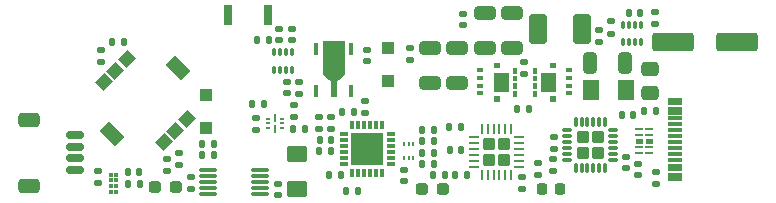
<source format=gtp>
%TF.GenerationSoftware,KiCad,Pcbnew,9.0.0*%
%TF.CreationDate,2025-05-10T22:56:34+02:00*%
%TF.ProjectId,CYPD3177_3.3V_V2_+_OLED,43595044-3331-4373-975f-332e33565f56,rev?*%
%TF.SameCoordinates,Original*%
%TF.FileFunction,Paste,Top*%
%TF.FilePolarity,Positive*%
%FSLAX46Y46*%
G04 Gerber Fmt 4.6, Leading zero omitted, Abs format (unit mm)*
G04 Created by KiCad (PCBNEW 9.0.0) date 2025-05-10 22:56:34*
%MOMM*%
%LPD*%
G01*
G04 APERTURE LIST*
G04 Aperture macros list*
%AMRoundRect*
0 Rectangle with rounded corners*
0 $1 Rounding radius*
0 $2 $3 $4 $5 $6 $7 $8 $9 X,Y pos of 4 corners*
0 Add a 4 corners polygon primitive as box body*
4,1,4,$2,$3,$4,$5,$6,$7,$8,$9,$2,$3,0*
0 Add four circle primitives for the rounded corners*
1,1,$1+$1,$2,$3*
1,1,$1+$1,$4,$5*
1,1,$1+$1,$6,$7*
1,1,$1+$1,$8,$9*
0 Add four rect primitives between the rounded corners*
20,1,$1+$1,$2,$3,$4,$5,0*
20,1,$1+$1,$4,$5,$6,$7,0*
20,1,$1+$1,$6,$7,$8,$9,0*
20,1,$1+$1,$8,$9,$2,$3,0*%
%AMRotRect*
0 Rectangle, with rotation*
0 The origin of the aperture is its center*
0 $1 length*
0 $2 width*
0 $3 Rotation angle, in degrees counterclockwise*
0 Add horizontal line*
21,1,$1,$2,0,0,$3*%
%AMFreePoly0*
4,1,23,0.885280,4.174580,0.889000,4.165600,0.889000,1.397000,0.885280,1.388020,0.884899,1.387654,0.254000,0.807226,0.254000,0.508000,0.250280,0.499020,0.241300,0.495300,0.241300,-0.508000,-0.241300,-0.508000,-0.241300,0.495300,-0.250280,0.499020,-0.254000,0.508000,-0.254000,0.807226,-0.884899,1.387654,-0.888989,1.396471,-0.889000,1.397000,-0.889000,4.165600,-0.885280,4.174580,
-0.876300,4.178300,0.876300,4.178300,0.885280,4.174580,0.885280,4.174580,$1*%
G04 Aperture macros list end*
%ADD10C,0.010000*%
%ADD11C,0.025400*%
%ADD12R,0.800000X1.700000*%
%ADD13RoundRect,0.140000X-0.140000X-0.170000X0.140000X-0.170000X0.140000X0.170000X-0.140000X0.170000X0*%
%ADD14RoundRect,0.135000X0.135000X0.185000X-0.135000X0.185000X-0.135000X-0.185000X0.135000X-0.185000X0*%
%ADD15RoundRect,0.140000X0.170000X-0.140000X0.170000X0.140000X-0.170000X0.140000X-0.170000X-0.140000X0*%
%ADD16RoundRect,0.140000X-0.170000X0.140000X-0.170000X-0.140000X0.170000X-0.140000X0.170000X0.140000X0*%
%ADD17R,0.450000X0.200000*%
%ADD18R,0.250000X0.700000*%
%ADD19RoundRect,0.135000X0.185000X-0.135000X0.185000X0.135000X-0.185000X0.135000X-0.185000X-0.135000X0*%
%ADD20RoundRect,0.135000X-0.135000X-0.185000X0.135000X-0.185000X0.135000X0.185000X-0.135000X0.185000X0*%
%ADD21RoundRect,0.140000X0.140000X0.170000X-0.140000X0.170000X-0.140000X-0.170000X0.140000X-0.170000X0*%
%ADD22RoundRect,0.075000X-0.650000X-0.075000X0.650000X-0.075000X0.650000X0.075000X-0.650000X0.075000X0*%
%ADD23RoundRect,0.250000X-1.500000X-0.550000X1.500000X-0.550000X1.500000X0.550000X-1.500000X0.550000X0*%
%ADD24R,0.300000X0.800000*%
%ADD25R,0.800000X0.300000*%
%ADD26R,2.800000X2.800000*%
%ADD27R,0.150000X0.365000*%
%ADD28R,0.500000X0.350000*%
%ADD29RoundRect,0.250000X-0.275000X-0.275000X0.275000X-0.275000X0.275000X0.275000X-0.275000X0.275000X0*%
%ADD30RoundRect,0.062500X-0.350000X-0.062500X0.350000X-0.062500X0.350000X0.062500X-0.350000X0.062500X0*%
%ADD31RoundRect,0.062500X-0.062500X-0.350000X0.062500X-0.350000X0.062500X0.350000X-0.062500X0.350000X0*%
%ADD32RoundRect,0.135000X-0.185000X0.135000X-0.185000X-0.135000X0.185000X-0.135000X0.185000X0.135000X0*%
%ADD33RoundRect,0.218750X0.218750X0.256250X-0.218750X0.256250X-0.218750X-0.256250X0.218750X-0.256250X0*%
%ADD34RoundRect,0.250000X0.475000X-0.337500X0.475000X0.337500X-0.475000X0.337500X-0.475000X-0.337500X0*%
%ADD35RoundRect,0.250001X0.462499X0.624999X-0.462499X0.624999X-0.462499X-0.624999X0.462499X-0.624999X0*%
%ADD36RoundRect,0.250000X0.325000X0.650000X-0.325000X0.650000X-0.325000X-0.650000X0.325000X-0.650000X0*%
%ADD37R,0.431800X1.016000*%
%ADD38FreePoly0,0.000000*%
%ADD39RoundRect,0.250000X0.650000X-0.325000X0.650000X0.325000X-0.650000X0.325000X-0.650000X-0.325000X0*%
%ADD40RoundRect,0.250001X-0.624999X0.462499X-0.624999X-0.462499X0.624999X-0.462499X0.624999X0.462499X0*%
%ADD41RoundRect,0.025000X0.257500X0.075000X-0.257500X0.075000X-0.257500X-0.075000X0.257500X-0.075000X0*%
%ADD42RoundRect,0.237500X-0.287500X-0.237500X0.287500X-0.237500X0.287500X0.237500X-0.287500X0.237500X0*%
%ADD43RoundRect,0.250000X-0.650000X0.325000X-0.650000X-0.325000X0.650000X-0.325000X0.650000X0.325000X0*%
%ADD44RoundRect,0.250000X-0.285000X-0.285000X0.285000X-0.285000X0.285000X0.285000X-0.285000X0.285000X0*%
%ADD45RoundRect,0.075000X-0.350000X-0.075000X0.350000X-0.075000X0.350000X0.075000X-0.350000X0.075000X0*%
%ADD46RoundRect,0.075000X-0.075000X-0.350000X0.075000X-0.350000X0.075000X0.350000X-0.075000X0.350000X0*%
%ADD47RoundRect,0.040000X0.120000X-0.290000X0.120000X0.290000X-0.120000X0.290000X-0.120000X-0.290000X0*%
%ADD48RoundRect,0.150000X-0.625000X0.150000X-0.625000X-0.150000X0.625000X-0.150000X0.625000X0.150000X0*%
%ADD49RoundRect,0.250000X-0.650000X0.350000X-0.650000X-0.350000X0.650000X-0.350000X0.650000X0.350000X0*%
%ADD50R,1.150000X0.300000*%
%ADD51RoundRect,0.250001X0.499999X0.999999X-0.499999X0.999999X-0.499999X-0.999999X0.499999X-0.999999X0*%
%ADD52RoundRect,0.050000X0.100000X-0.285000X0.100000X0.285000X-0.100000X0.285000X-0.100000X-0.285000X0*%
%ADD53RoundRect,0.250000X0.300000X-0.300000X0.300000X0.300000X-0.300000X0.300000X-0.300000X-0.300000X0*%
%ADD54RotRect,1.000000X1.100000X315.000000*%
%ADD55RotRect,1.800000X1.150000X315.000000*%
%ADD56R,0.300000X0.300000*%
G04 APERTURE END LIST*
D10*
X141700000Y-87795000D02*
X140450000Y-87795000D01*
X140450000Y-86245000D01*
X141700000Y-86245000D01*
X141700000Y-87795000D01*
G36*
X141700000Y-87795000D02*
G01*
X140450000Y-87795000D01*
X140450000Y-86245000D01*
X141700000Y-86245000D01*
X141700000Y-87795000D01*
G37*
X140930000Y-85790000D02*
X140500000Y-85790000D01*
X140500000Y-85415000D01*
X140930000Y-85415000D01*
X140930000Y-85790000D01*
G36*
X140930000Y-85790000D02*
G01*
X140500000Y-85790000D01*
X140500000Y-85415000D01*
X140930000Y-85415000D01*
X140930000Y-85790000D01*
G37*
X140930000Y-88625000D02*
X140500000Y-88625000D01*
X140500000Y-88250000D01*
X140930000Y-88250000D01*
X140930000Y-88625000D01*
G36*
X140930000Y-88625000D02*
G01*
X140500000Y-88625000D01*
X140500000Y-88250000D01*
X140930000Y-88250000D01*
X140930000Y-88625000D01*
G37*
X142365000Y-86245000D02*
X142070000Y-86245000D01*
X142070000Y-85845000D01*
X142365000Y-85845000D01*
X142365000Y-86245000D01*
G36*
X142365000Y-86245000D02*
G01*
X142070000Y-86245000D01*
X142070000Y-85845000D01*
X142365000Y-85845000D01*
X142365000Y-86245000D01*
G37*
X142365000Y-86895000D02*
X142070000Y-86895000D01*
X142070000Y-86495000D01*
X142365000Y-86495000D01*
X142365000Y-86895000D01*
G36*
X142365000Y-86895000D02*
G01*
X142070000Y-86895000D01*
X142070000Y-86495000D01*
X142365000Y-86495000D01*
X142365000Y-86895000D01*
G37*
X142365000Y-87545000D02*
X142070000Y-87545000D01*
X142070000Y-87145000D01*
X142365000Y-87145000D01*
X142365000Y-87545000D01*
G36*
X142365000Y-87545000D02*
G01*
X142070000Y-87545000D01*
X142070000Y-87145000D01*
X142365000Y-87145000D01*
X142365000Y-87545000D01*
G37*
X142365000Y-88195000D02*
X142070000Y-88195000D01*
X142070000Y-87795000D01*
X142365000Y-87795000D01*
X142365000Y-88195000D01*
G36*
X142365000Y-88195000D02*
G01*
X142070000Y-88195000D01*
X142070000Y-87795000D01*
X142365000Y-87795000D01*
X142365000Y-88195000D01*
G37*
D11*
X127776300Y-86358200D02*
X127141300Y-86942400D01*
X127141300Y-87247200D01*
X126658700Y-87247200D01*
X126658700Y-86942400D01*
X126023700Y-86358200D01*
X126023700Y-83589600D01*
X126658700Y-83589600D01*
X127141300Y-83589600D01*
X127776300Y-83589600D01*
X127776300Y-86358200D01*
G36*
X127776300Y-86358200D02*
G01*
X127141300Y-86942400D01*
X127141300Y-87247200D01*
X126658700Y-87247200D01*
X126658700Y-86942400D01*
X126023700Y-86358200D01*
X126023700Y-83589600D01*
X126658700Y-83589600D01*
X127141300Y-83589600D01*
X127776300Y-83589600D01*
X127776300Y-86358200D01*
G37*
D10*
X144055000Y-86225000D02*
X143760000Y-86225000D01*
X143760000Y-85825000D01*
X144055000Y-85825000D01*
X144055000Y-86225000D01*
G36*
X144055000Y-86225000D02*
G01*
X143760000Y-86225000D01*
X143760000Y-85825000D01*
X144055000Y-85825000D01*
X144055000Y-86225000D01*
G37*
X144055000Y-86875000D02*
X143760000Y-86875000D01*
X143760000Y-86475000D01*
X144055000Y-86475000D01*
X144055000Y-86875000D01*
G36*
X144055000Y-86875000D02*
G01*
X143760000Y-86875000D01*
X143760000Y-86475000D01*
X144055000Y-86475000D01*
X144055000Y-86875000D01*
G37*
X144055000Y-87525000D02*
X143760000Y-87525000D01*
X143760000Y-87125000D01*
X144055000Y-87125000D01*
X144055000Y-87525000D01*
G36*
X144055000Y-87525000D02*
G01*
X143760000Y-87525000D01*
X143760000Y-87125000D01*
X144055000Y-87125000D01*
X144055000Y-87525000D01*
G37*
X144055000Y-88175000D02*
X143760000Y-88175000D01*
X143760000Y-87775000D01*
X144055000Y-87775000D01*
X144055000Y-88175000D01*
G36*
X144055000Y-88175000D02*
G01*
X143760000Y-88175000D01*
X143760000Y-87775000D01*
X144055000Y-87775000D01*
X144055000Y-88175000D01*
G37*
X145625000Y-85770000D02*
X145195000Y-85770000D01*
X145195000Y-85395000D01*
X145625000Y-85395000D01*
X145625000Y-85770000D01*
G36*
X145625000Y-85770000D02*
G01*
X145195000Y-85770000D01*
X145195000Y-85395000D01*
X145625000Y-85395000D01*
X145625000Y-85770000D01*
G37*
X145625000Y-88605000D02*
X145195000Y-88605000D01*
X145195000Y-88230000D01*
X145625000Y-88230000D01*
X145625000Y-88605000D01*
G36*
X145625000Y-88605000D02*
G01*
X145195000Y-88605000D01*
X145195000Y-88230000D01*
X145625000Y-88230000D01*
X145625000Y-88605000D01*
G37*
X145675000Y-87775000D02*
X144425000Y-87775000D01*
X144425000Y-86225000D01*
X145675000Y-86225000D01*
X145675000Y-87775000D01*
G36*
X145675000Y-87775000D02*
G01*
X144425000Y-87775000D01*
X144425000Y-86225000D01*
X145675000Y-86225000D01*
X145675000Y-87775000D01*
G37*
X153005500Y-91821000D02*
X153007500Y-91821000D01*
X153010500Y-91822000D01*
X153012500Y-91822000D01*
X153015500Y-91823000D01*
X153017500Y-91824000D01*
X153020500Y-91825000D01*
X153022500Y-91827000D01*
X153024500Y-91828000D01*
X153026500Y-91830000D01*
X153028500Y-91831000D01*
X153030500Y-91833000D01*
X153032500Y-91835000D01*
X153034500Y-91837000D01*
X153036500Y-91839000D01*
X153037500Y-91841000D01*
X153039500Y-91843000D01*
X153040500Y-91845000D01*
X153042500Y-91847000D01*
X153043500Y-91850000D01*
X153044500Y-91852000D01*
X153045500Y-91855000D01*
X153045500Y-91857000D01*
X153046500Y-91860000D01*
X153046500Y-91862000D01*
X153047500Y-91865000D01*
X153047500Y-91867000D01*
X153047500Y-91870000D01*
X153047500Y-92130000D01*
X153047500Y-92133000D01*
X153047500Y-92135000D01*
X153046500Y-92138000D01*
X153046500Y-92140000D01*
X153045500Y-92143000D01*
X153045500Y-92145000D01*
X153044500Y-92148000D01*
X153043500Y-92150000D01*
X153042500Y-92153000D01*
X153040500Y-92155000D01*
X153039500Y-92157000D01*
X153037500Y-92159000D01*
X153036500Y-92161000D01*
X153034500Y-92163000D01*
X153032500Y-92165000D01*
X153030500Y-92167000D01*
X153028500Y-92169000D01*
X153026500Y-92170000D01*
X153024500Y-92172000D01*
X153022500Y-92173000D01*
X153020500Y-92175000D01*
X153017500Y-92176000D01*
X153015500Y-92177000D01*
X153012500Y-92178000D01*
X153010500Y-92178000D01*
X153007500Y-92179000D01*
X153005500Y-92179000D01*
X153002500Y-92180000D01*
X153000500Y-92180000D01*
X152997500Y-92180000D01*
X152532500Y-92180000D01*
X152529500Y-92180000D01*
X152527500Y-92180000D01*
X152524500Y-92179000D01*
X152522500Y-92179000D01*
X152519500Y-92178000D01*
X152517500Y-92178000D01*
X152514500Y-92177000D01*
X152512500Y-92176000D01*
X152509500Y-92175000D01*
X152507500Y-92173000D01*
X152505500Y-92172000D01*
X152503500Y-92170000D01*
X152501500Y-92169000D01*
X152499500Y-92167000D01*
X152497500Y-92165000D01*
X152495500Y-92163000D01*
X152493500Y-92161000D01*
X152492500Y-92159000D01*
X152490500Y-92157000D01*
X152489500Y-92155000D01*
X152487500Y-92153000D01*
X152486500Y-92150000D01*
X152485500Y-92148000D01*
X152484500Y-92145000D01*
X152484500Y-92143000D01*
X152483500Y-92140000D01*
X152483500Y-92138000D01*
X152482500Y-92135000D01*
X152482500Y-92133000D01*
X152482500Y-92130000D01*
X152482500Y-91870000D01*
X152482500Y-91867000D01*
X152482500Y-91865000D01*
X152483500Y-91862000D01*
X152483500Y-91860000D01*
X152484500Y-91857000D01*
X152484500Y-91855000D01*
X152485500Y-91852000D01*
X152486500Y-91850000D01*
X152487500Y-91847000D01*
X152489500Y-91845000D01*
X152490500Y-91843000D01*
X152492500Y-91841000D01*
X152493500Y-91839000D01*
X152495500Y-91837000D01*
X152497500Y-91835000D01*
X152499500Y-91833000D01*
X152501500Y-91831000D01*
X152503500Y-91830000D01*
X152505500Y-91828000D01*
X152507500Y-91827000D01*
X152509500Y-91825000D01*
X152512500Y-91824000D01*
X152514500Y-91823000D01*
X152517500Y-91822000D01*
X152519500Y-91822000D01*
X152522500Y-91821000D01*
X152524500Y-91821000D01*
X152527500Y-91820000D01*
X152529500Y-91820000D01*
X152532500Y-91820000D01*
X152997500Y-91820000D01*
X153000500Y-91820000D01*
X153002500Y-91820000D01*
X153005500Y-91821000D01*
G36*
X153005500Y-91821000D02*
G01*
X153007500Y-91821000D01*
X153010500Y-91822000D01*
X153012500Y-91822000D01*
X153015500Y-91823000D01*
X153017500Y-91824000D01*
X153020500Y-91825000D01*
X153022500Y-91827000D01*
X153024500Y-91828000D01*
X153026500Y-91830000D01*
X153028500Y-91831000D01*
X153030500Y-91833000D01*
X153032500Y-91835000D01*
X153034500Y-91837000D01*
X153036500Y-91839000D01*
X153037500Y-91841000D01*
X153039500Y-91843000D01*
X153040500Y-91845000D01*
X153042500Y-91847000D01*
X153043500Y-91850000D01*
X153044500Y-91852000D01*
X153045500Y-91855000D01*
X153045500Y-91857000D01*
X153046500Y-91860000D01*
X153046500Y-91862000D01*
X153047500Y-91865000D01*
X153047500Y-91867000D01*
X153047500Y-91870000D01*
X153047500Y-92130000D01*
X153047500Y-92133000D01*
X153047500Y-92135000D01*
X153046500Y-92138000D01*
X153046500Y-92140000D01*
X153045500Y-92143000D01*
X153045500Y-92145000D01*
X153044500Y-92148000D01*
X153043500Y-92150000D01*
X153042500Y-92153000D01*
X153040500Y-92155000D01*
X153039500Y-92157000D01*
X153037500Y-92159000D01*
X153036500Y-92161000D01*
X153034500Y-92163000D01*
X153032500Y-92165000D01*
X153030500Y-92167000D01*
X153028500Y-92169000D01*
X153026500Y-92170000D01*
X153024500Y-92172000D01*
X153022500Y-92173000D01*
X153020500Y-92175000D01*
X153017500Y-92176000D01*
X153015500Y-92177000D01*
X153012500Y-92178000D01*
X153010500Y-92178000D01*
X153007500Y-92179000D01*
X153005500Y-92179000D01*
X153002500Y-92180000D01*
X153000500Y-92180000D01*
X152997500Y-92180000D01*
X152532500Y-92180000D01*
X152529500Y-92180000D01*
X152527500Y-92180000D01*
X152524500Y-92179000D01*
X152522500Y-92179000D01*
X152519500Y-92178000D01*
X152517500Y-92178000D01*
X152514500Y-92177000D01*
X152512500Y-92176000D01*
X152509500Y-92175000D01*
X152507500Y-92173000D01*
X152505500Y-92172000D01*
X152503500Y-92170000D01*
X152501500Y-92169000D01*
X152499500Y-92167000D01*
X152497500Y-92165000D01*
X152495500Y-92163000D01*
X152493500Y-92161000D01*
X152492500Y-92159000D01*
X152490500Y-92157000D01*
X152489500Y-92155000D01*
X152487500Y-92153000D01*
X152486500Y-92150000D01*
X152485500Y-92148000D01*
X152484500Y-92145000D01*
X152484500Y-92143000D01*
X152483500Y-92140000D01*
X152483500Y-92138000D01*
X152482500Y-92135000D01*
X152482500Y-92133000D01*
X152482500Y-92130000D01*
X152482500Y-91870000D01*
X152482500Y-91867000D01*
X152482500Y-91865000D01*
X152483500Y-91862000D01*
X152483500Y-91860000D01*
X152484500Y-91857000D01*
X152484500Y-91855000D01*
X152485500Y-91852000D01*
X152486500Y-91850000D01*
X152487500Y-91847000D01*
X152489500Y-91845000D01*
X152490500Y-91843000D01*
X152492500Y-91841000D01*
X152493500Y-91839000D01*
X152495500Y-91837000D01*
X152497500Y-91835000D01*
X152499500Y-91833000D01*
X152501500Y-91831000D01*
X152503500Y-91830000D01*
X152505500Y-91828000D01*
X152507500Y-91827000D01*
X152509500Y-91825000D01*
X152512500Y-91824000D01*
X152514500Y-91823000D01*
X152517500Y-91822000D01*
X152519500Y-91822000D01*
X152522500Y-91821000D01*
X152524500Y-91821000D01*
X152527500Y-91820000D01*
X152529500Y-91820000D01*
X152532500Y-91820000D01*
X152997500Y-91820000D01*
X153000500Y-91820000D01*
X153002500Y-91820000D01*
X153005500Y-91821000D01*
G37*
X153840500Y-91821000D02*
X153842500Y-91821000D01*
X153845500Y-91822000D01*
X153847500Y-91822000D01*
X153850500Y-91823000D01*
X153852500Y-91824000D01*
X153855500Y-91825000D01*
X153857500Y-91827000D01*
X153859500Y-91828000D01*
X153861500Y-91830000D01*
X153863500Y-91831000D01*
X153865500Y-91833000D01*
X153867500Y-91835000D01*
X153869500Y-91837000D01*
X153871500Y-91839000D01*
X153872500Y-91841000D01*
X153874500Y-91843000D01*
X153875500Y-91845000D01*
X153877500Y-91847000D01*
X153878500Y-91850000D01*
X153879500Y-91852000D01*
X153880500Y-91855000D01*
X153880500Y-91857000D01*
X153881500Y-91860000D01*
X153881500Y-91862000D01*
X153882500Y-91865000D01*
X153882500Y-91867000D01*
X153882500Y-91870000D01*
X153882500Y-92130000D01*
X153882500Y-92133000D01*
X153882500Y-92135000D01*
X153881500Y-92138000D01*
X153881500Y-92140000D01*
X153880500Y-92143000D01*
X153880500Y-92145000D01*
X153879500Y-92148000D01*
X153878500Y-92150000D01*
X153877500Y-92153000D01*
X153875500Y-92155000D01*
X153874500Y-92157000D01*
X153872500Y-92159000D01*
X153871500Y-92161000D01*
X153869500Y-92163000D01*
X153867500Y-92165000D01*
X153865500Y-92167000D01*
X153863500Y-92169000D01*
X153861500Y-92170000D01*
X153859500Y-92172000D01*
X153857500Y-92173000D01*
X153855500Y-92175000D01*
X153852500Y-92176000D01*
X153850500Y-92177000D01*
X153847500Y-92178000D01*
X153845500Y-92178000D01*
X153842500Y-92179000D01*
X153840500Y-92179000D01*
X153837500Y-92180000D01*
X153835500Y-92180000D01*
X153832500Y-92180000D01*
X153367500Y-92180000D01*
X153364500Y-92180000D01*
X153362500Y-92180000D01*
X153359500Y-92179000D01*
X153357500Y-92179000D01*
X153354500Y-92178000D01*
X153352500Y-92178000D01*
X153349500Y-92177000D01*
X153347500Y-92176000D01*
X153344500Y-92175000D01*
X153342500Y-92173000D01*
X153340500Y-92172000D01*
X153338500Y-92170000D01*
X153336500Y-92169000D01*
X153334500Y-92167000D01*
X153332500Y-92165000D01*
X153330500Y-92163000D01*
X153328500Y-92161000D01*
X153327500Y-92159000D01*
X153325500Y-92157000D01*
X153324500Y-92155000D01*
X153322500Y-92153000D01*
X153321500Y-92150000D01*
X153320500Y-92148000D01*
X153319500Y-92145000D01*
X153319500Y-92143000D01*
X153318500Y-92140000D01*
X153318500Y-92138000D01*
X153317500Y-92135000D01*
X153317500Y-92133000D01*
X153317500Y-92130000D01*
X153317500Y-91870000D01*
X153317500Y-91867000D01*
X153317500Y-91865000D01*
X153318500Y-91862000D01*
X153318500Y-91860000D01*
X153319500Y-91857000D01*
X153319500Y-91855000D01*
X153320500Y-91852000D01*
X153321500Y-91850000D01*
X153322500Y-91847000D01*
X153324500Y-91845000D01*
X153325500Y-91843000D01*
X153327500Y-91841000D01*
X153328500Y-91839000D01*
X153330500Y-91837000D01*
X153332500Y-91835000D01*
X153334500Y-91833000D01*
X153336500Y-91831000D01*
X153338500Y-91830000D01*
X153340500Y-91828000D01*
X153342500Y-91827000D01*
X153344500Y-91825000D01*
X153347500Y-91824000D01*
X153349500Y-91823000D01*
X153352500Y-91822000D01*
X153354500Y-91822000D01*
X153357500Y-91821000D01*
X153359500Y-91821000D01*
X153362500Y-91820000D01*
X153364500Y-91820000D01*
X153367500Y-91820000D01*
X153832500Y-91820000D01*
X153835500Y-91820000D01*
X153837500Y-91820000D01*
X153840500Y-91821000D01*
G36*
X153840500Y-91821000D02*
G01*
X153842500Y-91821000D01*
X153845500Y-91822000D01*
X153847500Y-91822000D01*
X153850500Y-91823000D01*
X153852500Y-91824000D01*
X153855500Y-91825000D01*
X153857500Y-91827000D01*
X153859500Y-91828000D01*
X153861500Y-91830000D01*
X153863500Y-91831000D01*
X153865500Y-91833000D01*
X153867500Y-91835000D01*
X153869500Y-91837000D01*
X153871500Y-91839000D01*
X153872500Y-91841000D01*
X153874500Y-91843000D01*
X153875500Y-91845000D01*
X153877500Y-91847000D01*
X153878500Y-91850000D01*
X153879500Y-91852000D01*
X153880500Y-91855000D01*
X153880500Y-91857000D01*
X153881500Y-91860000D01*
X153881500Y-91862000D01*
X153882500Y-91865000D01*
X153882500Y-91867000D01*
X153882500Y-91870000D01*
X153882500Y-92130000D01*
X153882500Y-92133000D01*
X153882500Y-92135000D01*
X153881500Y-92138000D01*
X153881500Y-92140000D01*
X153880500Y-92143000D01*
X153880500Y-92145000D01*
X153879500Y-92148000D01*
X153878500Y-92150000D01*
X153877500Y-92153000D01*
X153875500Y-92155000D01*
X153874500Y-92157000D01*
X153872500Y-92159000D01*
X153871500Y-92161000D01*
X153869500Y-92163000D01*
X153867500Y-92165000D01*
X153865500Y-92167000D01*
X153863500Y-92169000D01*
X153861500Y-92170000D01*
X153859500Y-92172000D01*
X153857500Y-92173000D01*
X153855500Y-92175000D01*
X153852500Y-92176000D01*
X153850500Y-92177000D01*
X153847500Y-92178000D01*
X153845500Y-92178000D01*
X153842500Y-92179000D01*
X153840500Y-92179000D01*
X153837500Y-92180000D01*
X153835500Y-92180000D01*
X153832500Y-92180000D01*
X153367500Y-92180000D01*
X153364500Y-92180000D01*
X153362500Y-92180000D01*
X153359500Y-92179000D01*
X153357500Y-92179000D01*
X153354500Y-92178000D01*
X153352500Y-92178000D01*
X153349500Y-92177000D01*
X153347500Y-92176000D01*
X153344500Y-92175000D01*
X153342500Y-92173000D01*
X153340500Y-92172000D01*
X153338500Y-92170000D01*
X153336500Y-92169000D01*
X153334500Y-92167000D01*
X153332500Y-92165000D01*
X153330500Y-92163000D01*
X153328500Y-92161000D01*
X153327500Y-92159000D01*
X153325500Y-92157000D01*
X153324500Y-92155000D01*
X153322500Y-92153000D01*
X153321500Y-92150000D01*
X153320500Y-92148000D01*
X153319500Y-92145000D01*
X153319500Y-92143000D01*
X153318500Y-92140000D01*
X153318500Y-92138000D01*
X153317500Y-92135000D01*
X153317500Y-92133000D01*
X153317500Y-92130000D01*
X153317500Y-91870000D01*
X153317500Y-91867000D01*
X153317500Y-91865000D01*
X153318500Y-91862000D01*
X153318500Y-91860000D01*
X153319500Y-91857000D01*
X153319500Y-91855000D01*
X153320500Y-91852000D01*
X153321500Y-91850000D01*
X153322500Y-91847000D01*
X153324500Y-91845000D01*
X153325500Y-91843000D01*
X153327500Y-91841000D01*
X153328500Y-91839000D01*
X153330500Y-91837000D01*
X153332500Y-91835000D01*
X153334500Y-91833000D01*
X153336500Y-91831000D01*
X153338500Y-91830000D01*
X153340500Y-91828000D01*
X153342500Y-91827000D01*
X153344500Y-91825000D01*
X153347500Y-91824000D01*
X153349500Y-91823000D01*
X153352500Y-91822000D01*
X153354500Y-91822000D01*
X153357500Y-91821000D01*
X153359500Y-91821000D01*
X153362500Y-91820000D01*
X153364500Y-91820000D01*
X153367500Y-91820000D01*
X153832500Y-91820000D01*
X153835500Y-91820000D01*
X153837500Y-91820000D01*
X153840500Y-91821000D01*
G37*
D12*
X117930000Y-81350000D03*
X121330000Y-81350000D03*
D13*
X126680000Y-91920000D03*
X125720000Y-91920000D03*
D14*
X126700000Y-92850000D03*
X125680000Y-92850000D03*
X121400000Y-83440000D03*
X120380000Y-83440000D03*
D13*
X120020000Y-88910000D03*
X120980000Y-88910000D03*
D15*
X123390000Y-82520000D03*
X123390000Y-83480000D03*
D16*
X122320000Y-83490000D03*
X122320000Y-82530000D03*
D15*
X133400000Y-85130000D03*
X133400000Y-84170000D03*
D17*
X122560000Y-90120000D03*
D18*
X121960000Y-90045000D03*
D17*
X121360000Y-90120000D03*
X121360000Y-90520000D03*
X121360000Y-90920000D03*
D18*
X121960000Y-90995000D03*
D17*
X122560000Y-90920000D03*
X122560000Y-90520000D03*
D16*
X137900000Y-81240000D03*
X137900000Y-82200000D03*
D19*
X113790000Y-94050000D03*
X113790000Y-93030000D03*
D15*
X152690000Y-94900000D03*
X152690000Y-93940000D03*
D20*
X108170000Y-83630000D03*
X109190000Y-83630000D03*
D21*
X137680000Y-92800000D03*
X136720000Y-92800000D03*
D16*
X129700000Y-84290000D03*
X129700000Y-85250000D03*
D19*
X124000000Y-88010000D03*
X124000000Y-86990000D03*
D22*
X116310000Y-94490000D03*
X116310000Y-94990000D03*
X116310000Y-95490000D03*
X116310000Y-95990000D03*
X116310000Y-96490000D03*
X120710000Y-96490000D03*
X120710000Y-95990000D03*
X120710000Y-95490000D03*
X120710000Y-94990000D03*
X120710000Y-94490000D03*
D23*
X155625000Y-83675000D03*
X161025000Y-83675000D03*
D24*
X131000000Y-90700000D03*
X130500000Y-90700000D03*
X130000000Y-90700000D03*
X129500000Y-90700000D03*
X129000000Y-90700000D03*
X128500000Y-90700000D03*
D25*
X127750000Y-91450000D03*
X127750000Y-91950000D03*
X127750000Y-92450000D03*
X127750000Y-92950000D03*
X127750000Y-93450000D03*
X127750000Y-93950000D03*
D24*
X128500000Y-94700000D03*
X129000000Y-94700000D03*
X129500000Y-94700000D03*
X130000000Y-94700000D03*
X130500000Y-94700000D03*
X131000000Y-94700000D03*
D25*
X131750000Y-93950000D03*
X131750000Y-93450000D03*
X131750000Y-92950000D03*
X131750000Y-92450000D03*
X131750000Y-91950000D03*
X131750000Y-91450000D03*
D26*
X129750000Y-92700000D03*
D27*
X133600000Y-92300000D03*
X133250000Y-92300000D03*
X132900000Y-92300000D03*
X132900000Y-93464000D03*
X133250000Y-93464000D03*
X133600000Y-93464000D03*
D28*
X139315000Y-86045000D03*
X139315000Y-86695000D03*
X139315000Y-87345000D03*
X139315000Y-87995000D03*
D13*
X151920000Y-81200000D03*
X152880000Y-81200000D03*
D29*
X140050000Y-92287500D03*
X140050000Y-93587500D03*
X141350000Y-92287500D03*
X141350000Y-93587500D03*
D30*
X138762500Y-91687500D03*
X138762500Y-92187500D03*
X138762500Y-92687500D03*
X138762500Y-93187500D03*
X138762500Y-93687500D03*
X138762500Y-94187500D03*
D31*
X139450000Y-94875000D03*
X139950000Y-94875000D03*
X140450000Y-94875000D03*
X140950000Y-94875000D03*
X141450000Y-94875000D03*
X141950000Y-94875000D03*
D30*
X142637500Y-94187500D03*
X142637500Y-93687500D03*
X142637500Y-93187500D03*
X142637500Y-92687500D03*
X142637500Y-92187500D03*
X142637500Y-91687500D03*
D31*
X141950000Y-91000000D03*
X141450000Y-91000000D03*
X140950000Y-91000000D03*
X140450000Y-91000000D03*
X139950000Y-91000000D03*
X139450000Y-91000000D03*
D19*
X120360000Y-91055000D03*
X120360000Y-90035000D03*
D20*
X134375000Y-91100000D03*
X135395000Y-91100000D03*
D16*
X151700000Y-93387500D03*
X151700000Y-94347500D03*
D20*
X134375000Y-92050000D03*
X135395000Y-92050000D03*
D32*
X150400000Y-81900000D03*
X150400000Y-82920000D03*
X144200000Y-93880000D03*
X144200000Y-94900000D03*
D20*
X134390000Y-93000000D03*
X135410000Y-93000000D03*
D13*
X151310000Y-89860000D03*
X152270000Y-89860000D03*
D33*
X146087500Y-96100000D03*
X144512500Y-96100000D03*
D34*
X153690000Y-87987500D03*
X153690000Y-85912500D03*
D35*
X151700000Y-87720000D03*
X148725000Y-87720000D03*
D20*
X134390000Y-93975000D03*
X135410000Y-93975000D03*
D36*
X151535000Y-85400000D03*
X148585000Y-85400000D03*
D32*
X145530000Y-91670000D03*
X145530000Y-92690000D03*
D19*
X123590000Y-89965000D03*
X123590000Y-88945000D03*
D37*
X125400000Y-87755200D03*
D38*
X126900000Y-87755200D03*
D37*
X128400000Y-87755200D03*
X128400000Y-84250000D03*
X125400000Y-84250000D03*
D14*
X154230000Y-89470000D03*
X153210000Y-89470000D03*
X127560000Y-94890000D03*
X126540000Y-94890000D03*
D15*
X129580000Y-89630000D03*
X129580000Y-88670000D03*
D32*
X154240000Y-94650000D03*
X154240000Y-95670000D03*
D39*
X135050000Y-87135000D03*
X135050000Y-84185000D03*
D32*
X145510000Y-93560000D03*
X145510000Y-94580000D03*
D19*
X112760000Y-94540000D03*
X112760000Y-93520000D03*
D40*
X123820000Y-93112500D03*
X123820000Y-96087500D03*
D19*
X126660000Y-91030000D03*
X126660000Y-90010000D03*
D14*
X137700000Y-90825000D03*
X136680000Y-90825000D03*
D19*
X143050000Y-86310000D03*
X143050000Y-85290000D03*
D14*
X116800000Y-93240000D03*
X115780000Y-93240000D03*
D32*
X125690000Y-90010000D03*
X125690000Y-91030000D03*
D28*
X146810000Y-87975000D03*
X146810000Y-87325000D03*
X146810000Y-86675000D03*
X146810000Y-86025000D03*
D20*
X137190000Y-94900000D03*
X138210000Y-94900000D03*
D41*
X153600000Y-93000000D03*
X153600000Y-92500000D03*
X153600000Y-91500000D03*
X153600000Y-91000000D03*
X152765000Y-91000000D03*
X152765000Y-91500000D03*
X152765000Y-92500000D03*
X152765000Y-93000000D03*
D42*
X111800000Y-95950000D03*
X113550000Y-95950000D03*
D43*
X142000000Y-81225000D03*
X142000000Y-84175000D03*
D44*
X147990000Y-91700000D03*
X147990000Y-93020000D03*
X149310000Y-91700000D03*
X149310000Y-93020000D03*
D45*
X146700000Y-91110000D03*
X146700000Y-91610000D03*
X146700000Y-92110000D03*
X146700000Y-92610000D03*
X146700000Y-93110000D03*
X146700000Y-93610000D03*
D46*
X147400000Y-94310000D03*
X147900000Y-94310000D03*
X148400000Y-94310000D03*
X148900000Y-94310000D03*
X149400000Y-94310000D03*
X149900000Y-94310000D03*
D45*
X150600000Y-93610000D03*
X150600000Y-93110000D03*
X150600000Y-92610000D03*
X150600000Y-92110000D03*
X150600000Y-91610000D03*
X150600000Y-91110000D03*
D46*
X149900000Y-90410000D03*
X149400000Y-90410000D03*
X148900000Y-90410000D03*
X148400000Y-90410000D03*
X147900000Y-90410000D03*
X147400000Y-90410000D03*
D20*
X127920000Y-96260000D03*
X128940000Y-96260000D03*
D15*
X132900000Y-95405000D03*
X132900000Y-94445000D03*
D47*
X151400000Y-83670000D03*
X151900000Y-83670000D03*
X152400000Y-83670000D03*
X152900000Y-83670000D03*
X152900000Y-82200000D03*
X152400000Y-82200000D03*
X151900000Y-82200000D03*
X151400000Y-82200000D03*
D48*
X105000000Y-91500000D03*
X105000000Y-92500000D03*
X105000000Y-93500000D03*
X105000000Y-94500000D03*
D49*
X101125000Y-90200000D03*
X101125000Y-95800000D03*
D39*
X137360000Y-87135000D03*
X137360000Y-84185000D03*
D50*
X155800000Y-95210000D03*
X155800000Y-94410000D03*
X155800000Y-93110000D03*
X155800000Y-92110000D03*
X155800000Y-91610000D03*
X155800000Y-90610000D03*
X155800000Y-89310000D03*
X155800000Y-88510000D03*
X155800000Y-88810000D03*
X155800000Y-89610000D03*
X155800000Y-90110000D03*
X155800000Y-91110000D03*
X155800000Y-92610000D03*
X155800000Y-93610000D03*
X155800000Y-94110000D03*
X155800000Y-94910000D03*
D13*
X123500000Y-91030000D03*
X124460000Y-91030000D03*
D19*
X154100000Y-82110000D03*
X154100000Y-81090000D03*
D16*
X122180000Y-95620000D03*
X122180000Y-96580000D03*
D20*
X135330000Y-94900000D03*
X136350000Y-94900000D03*
D51*
X147900000Y-82500000D03*
X144200000Y-82500000D03*
D14*
X116800000Y-92270000D03*
X115780000Y-92270000D03*
D15*
X106920000Y-94580000D03*
X106920000Y-95540000D03*
D52*
X121850000Y-85980000D03*
X122350000Y-85980000D03*
X122850000Y-85980000D03*
X123350000Y-85980000D03*
X123350000Y-84500000D03*
X122850000Y-84500000D03*
X122350000Y-84500000D03*
X121850000Y-84500000D03*
D43*
X139700000Y-81225000D03*
X139700000Y-84175000D03*
D32*
X107250000Y-84330000D03*
X107250000Y-85350000D03*
D20*
X127590000Y-89600000D03*
X128610000Y-89600000D03*
D42*
X134425000Y-96100000D03*
X136175000Y-96100000D03*
D14*
X143460000Y-89340000D03*
X142440000Y-89340000D03*
D53*
X131550000Y-86950000D03*
X131550000Y-84150000D03*
X116075000Y-90950000D03*
X116075000Y-88150000D03*
D15*
X123000000Y-87990000D03*
X123000000Y-87030000D03*
D32*
X142880000Y-95050000D03*
X142880000Y-96070000D03*
D14*
X109490000Y-95620000D03*
X110510000Y-95620000D03*
D54*
X109404899Y-85070101D03*
X108414950Y-86060051D03*
X107425000Y-87050000D03*
X114496068Y-90161270D03*
X113506118Y-91151219D03*
X112516169Y-92141169D03*
D55*
X113767748Y-85798421D03*
X108153320Y-91412849D03*
D56*
X108020000Y-94860000D03*
X108020000Y-95360000D03*
X108020000Y-95860000D03*
X108020000Y-96360000D03*
X108520000Y-94860000D03*
X108520000Y-95360000D03*
X108520000Y-95860000D03*
X108520000Y-96360000D03*
D19*
X149400000Y-83620000D03*
X149400000Y-82600000D03*
X114830000Y-96112500D03*
X114830000Y-95092500D03*
D13*
X110470000Y-94670000D03*
X109510000Y-94670000D03*
M02*

</source>
